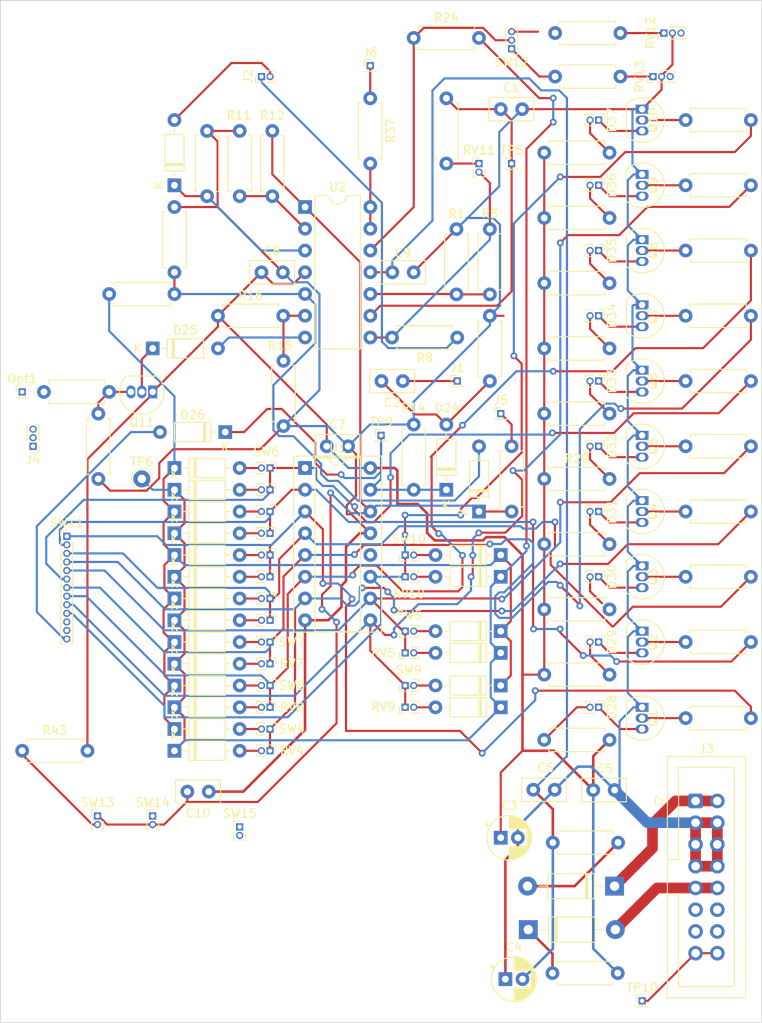
<source format=kicad_pcb>
(kicad_pcb (version 20221018) (generator pcbnew)

  (general
    (thickness 1.6)
  )

  (paper "A4")
  (title_block
    (title "Unseen Servant (Baby 10 Seq)")
  )

  (layers
    (0 "F.Cu" signal)
    (31 "B.Cu" signal)
    (32 "B.Adhes" user "B.Adhesive")
    (33 "F.Adhes" user "F.Adhesive")
    (34 "B.Paste" user)
    (35 "F.Paste" user)
    (36 "B.SilkS" user "B.Silkscreen")
    (37 "F.SilkS" user "F.Silkscreen")
    (38 "B.Mask" user)
    (39 "F.Mask" user)
    (40 "Dwgs.User" user "User.Drawings")
    (41 "Cmts.User" user "User.Comments")
    (42 "Eco1.User" user "User.Eco1")
    (43 "Eco2.User" user "User.Eco2")
    (44 "Edge.Cuts" user)
    (45 "Margin" user)
    (46 "B.CrtYd" user "B.Courtyard")
    (47 "F.CrtYd" user "F.Courtyard")
    (48 "B.Fab" user)
    (49 "F.Fab" user)
    (50 "User.1" user)
    (51 "User.2" user)
    (52 "User.3" user)
    (53 "User.4" user)
    (54 "User.5" user)
    (55 "User.6" user)
    (56 "User.7" user)
    (57 "User.8" user)
    (58 "User.9" user)
  )

  (setup
    (stackup
      (layer "F.SilkS" (type "Top Silk Screen"))
      (layer "F.Paste" (type "Top Solder Paste"))
      (layer "F.Mask" (type "Top Solder Mask") (thickness 0.01))
      (layer "F.Cu" (type "copper") (thickness 0.035))
      (layer "dielectric 1" (type "core") (thickness 1.51) (material "FR4") (epsilon_r 4.5) (loss_tangent 0.02))
      (layer "B.Cu" (type "copper") (thickness 0.035))
      (layer "B.Mask" (type "Bottom Solder Mask") (thickness 0.01))
      (layer "B.Paste" (type "Bottom Solder Paste"))
      (layer "B.SilkS" (type "Bottom Silk Screen"))
      (copper_finish "None")
      (dielectric_constraints no)
    )
    (pad_to_mask_clearance 0)
    (pcbplotparams
      (layerselection 0x00010fc_ffffffff)
      (plot_on_all_layers_selection 0x0000000_00000000)
      (disableapertmacros false)
      (usegerberextensions false)
      (usegerberattributes true)
      (usegerberadvancedattributes true)
      (creategerberjobfile true)
      (dashed_line_dash_ratio 12.000000)
      (dashed_line_gap_ratio 3.000000)
      (svgprecision 6)
      (plotframeref false)
      (viasonmask false)
      (mode 1)
      (useauxorigin false)
      (hpglpennumber 1)
      (hpglpenspeed 20)
      (hpglpendiameter 15.000000)
      (dxfpolygonmode true)
      (dxfimperialunits true)
      (dxfusepcbnewfont true)
      (psnegative false)
      (psa4output false)
      (plotreference true)
      (plotvalue true)
      (plotinvisibletext false)
      (sketchpadsonfab false)
      (subtractmaskfromsilk false)
      (outputformat 1)
      (mirror false)
      (drillshape 0)
      (scaleselection 1)
      (outputdirectory "./")
    )
  )

  (net 0 "")
  (net 1 "Net-(C1-Pad1)")
  (net 2 "GND")
  (net 3 "Net-(C2-Pad1)")
  (net 4 "Net-(C2-Pad2)")
  (net 5 "+12V")
  (net 6 "-12V")
  (net 7 "Net-(D1-Pad1)")
  (net 8 "Net-(D1-Pad2)")
  (net 9 "Net-(D2-Pad2)")
  (net 10 "Net-(D3-Pad2)")
  (net 11 "Net-(D4-Pad2)")
  (net 12 "Net-(D5-Pad2)")
  (net 13 "Net-(D6-Pad2)")
  (net 14 "Net-(D7-Pad2)")
  (net 15 "Net-(D8-Pad2)")
  (net 16 "Net-(D9-Pad2)")
  (net 17 "Net-(D10-Pad2)")
  (net 18 "Net-(D13-Pad2)")
  (net 19 "Net-(D16-Pad2)")
  (net 20 "Net-(D17-Pad2)")
  (net 21 "Net-(D18-Pad2)")
  (net 22 "Net-(D19-Pad2)")
  (net 23 "Net-(D20-Pad2)")
  (net 24 "Net-(D21-Pad1)")
  (net 25 "Net-(D21-Pad2)")
  (net 26 "Net-(D22-Pad1)")
  (net 27 "Net-(D22-Pad2)")
  (net 28 "Net-(D11-Pad1)")
  (net 29 "Net-(D23-Pad2)")
  (net 30 "Net-(D25-Pad1)")
  (net 31 "Net-(D11-Pad2)")
  (net 32 "Net-(D26-Pad2)")
  (net 33 "Net-(D12-Pad2)")
  (net 34 "Net-(D28-Pad2)")
  (net 35 "Net-(D29-Pad2)")
  (net 36 "Net-(D30-Pad2)")
  (net 37 "Net-(D31-Pad2)")
  (net 38 "Net-(D32-Pad2)")
  (net 39 "Net-(D33-Pad2)")
  (net 40 "Net-(D34-Pad2)")
  (net 41 "Net-(D35-Pad2)")
  (net 42 "Net-(D36-Pad2)")
  (net 43 "Net-(D37-Pad2)")
  (net 44 "unconnected-(J3-Pad11)")
  (net 45 "unconnected-(J3-Pad12)")
  (net 46 "unconnected-(J3-Pad13)")
  (net 47 "unconnected-(J3-Pad14)")
  (net 48 "Net-(D14-Pad2)")
  (net 49 "Net-(D15-Pad2)")
  (net 50 "Net-(J4-PadTN)")
  (net 51 "Net-(Q1-Pad2)")
  (net 52 "Net-(Q2-Pad2)")
  (net 53 "Net-(Q3-Pad2)")
  (net 54 "Net-(Q4-Pad2)")
  (net 55 "Net-(Q5-Pad2)")
  (net 56 "Net-(Q6-Pad2)")
  (net 57 "Net-(Q7-Pad2)")
  (net 58 "Net-(Q8-Pad2)")
  (net 59 "Net-(Q9-Pad2)")
  (net 60 "Net-(Q10-Pad2)")
  (net 61 "Net-(Q11-Pad3)")
  (net 62 "Net-(D23-Pad1)")
  (net 63 "Net-(R2-Pad1)")
  (net 64 "Net-(D24-Pad1)")
  (net 65 "Net-(J4-PadT)")
  (net 66 "Net-(J2-PadTN)")
  (net 67 "Net-(D25-Pad2)")
  (net 68 "Net-(D27-Pad1)")
  (net 69 "Net-(D27-Pad2)")
  (net 70 "Net-(R30-Pad1)")
  (net 71 "Net-(R30-Pad2)")
  (net 72 "Net-(R31-Pad1)")
  (net 73 "Net-(R31-Pad2)")
  (net 74 "unconnected-(RV12-Pad3)")
  (net 75 "unconnected-(RV13-Pad3)")
  (net 76 "unconnected-(SW11-Pad11)")
  (net 77 "unconnected-(SW11-Pad12)")
  (net 78 "unconnected-(U1-Pad12)")
  (net 79 "Net-(D28-Pad1)")
  (net 80 "Net-(D29-Pad1)")
  (net 81 "Net-(D30-Pad1)")
  (net 82 "Net-(D31-Pad1)")
  (net 83 "Net-(D32-Pad1)")
  (net 84 "Net-(D33-Pad1)")
  (net 85 "Net-(R19-Pad2)")
  (net 86 "Net-(R20-Pad2)")
  (net 87 "Net-(R21-Pad2)")
  (net 88 "Net-(R22-Pad2)")
  (net 89 "Net-(R23-Pad2)")
  (net 90 "Net-(R36-Pad2)")
  (net 91 "Net-(D34-Pad1)")
  (net 92 "Net-(D35-Pad1)")
  (net 93 "Net-(D36-Pad1)")
  (net 94 "Net-(D37-Pad1)")
  (net 95 "Net-(J3-Pad15)")
  (net 96 "Net-(R1-Pad2)")
  (net 97 "Net-(R3-Pad1)")
  (net 98 "Net-(R11-Pad2)")
  (net 99 "Net-(R15-Pad2)")
  (net 100 "Net-(R24-Pad1)")
  (net 101 "Net-(R32-Pad2)")
  (net 102 "Net-(R33-Pad2)")
  (net 103 "Net-(R34-Pad2)")
  (net 104 "Net-(R35-Pad2)")
  (net 105 "Net-(R37-Pad2)")
  (net 106 "Net-(R43-Pad1)")
  (net 107 "Net-(C10-Pad2)")
  (net 108 "Net-(J5-PadT)")
  (net 109 "Net-(J6-PadT)")
  (net 110 "Net-(SW15-Pad2)")

  (footprint "Capacitor_THT:C_Disc_D5.0mm_W2.5mm_P2.50mm" (layer "F.Cu") (at 100.970728 113.812851))

  (footprint "Resistor_THT:R_Axial_DIN0207_L6.3mm_D2.5mm_P7.62mm_Horizontal" (layer "F.Cu") (at 95.25 46.99))

  (footprint "Connector_PinHeader_1.00mm:PinHeader_1x02_P1.00mm_Vertical" (layer "F.Cu") (at 101.6 96.52 -90))

  (footprint "Resistor_THT:R_Axial_DIN0207_L6.3mm_D2.5mm_P7.62mm_Horizontal" (layer "F.Cu") (at 43.18 77.47 90))

  (footprint "TestPoint:TestPoint_THTPad_D2.0mm_Drill1.0mm" (layer "F.Cu") (at 48.26 77.47))

  (footprint "Connector_PinHeader_1.00mm:PinHeader_1x02_P1.00mm_Vertical" (layer "F.Cu") (at 101.6 35.56 -90))

  (footprint "Connector_PinHeader_1.00mm:PinHeader_1x02_P1.00mm_Vertical" (layer "F.Cu") (at 63.23 81.28 -90))

  (footprint "Connector_PinHeader_1.00mm:PinHeader_1x02_P1.00mm_Vertical" (layer "F.Cu") (at 79.01 97.79 90))

  (footprint "Resistor_THT:R_Axial_DIN0207_L6.3mm_D2.5mm_P7.62mm_Horizontal" (layer "F.Cu") (at 95.25 77.47))

  (footprint "Diode_THT:D_DO-35_SOD27_P7.62mm_Horizontal" (layer "F.Cu") (at 87.63 81.28 90))

  (footprint "Package_TO_SOT_THT:TO-92_Inline" (layer "F.Cu") (at 106.68 95.25 -90))

  (footprint "Diode_THT:D_DO-35_SOD27_P7.62mm_Horizontal" (layer "F.Cu") (at 52.07 101.6))

  (footprint "Diode_THT:D_DO-35_SOD27_P7.62mm_Horizontal" (layer "F.Cu") (at 52.07 109.22))

  (footprint "Capacitor_THT:C_Disc_D5.0mm_W2.5mm_P2.50mm" (layer "F.Cu") (at 56.080743 113.992522 180))

  (footprint "Connector_PinHeader_1.00mm:PinHeader_1x02_P1.00mm_Vertical" (layer "F.Cu") (at 63.23 99.06 -90))

  (footprint "Connector_PinHeader_1.00mm:PinHeader_1x02_P1.00mm_Vertical" (layer "F.Cu") (at 79.01 86.36 90))

  (footprint "Diode_THT:D_DO-35_SOD27_P7.62mm_Horizontal" (layer "F.Cu") (at 52.07 91.44))

  (footprint "Connector_IDC:IDC-Header_2x08_P2.54mm_Vertical" (layer "F.Cu") (at 112.918228 115.082851))

  (footprint "Resistor_THT:R_Axial_DIN0207_L6.3mm_D2.5mm_P7.62mm_Horizontal" (layer "F.Cu") (at 95.25 92.71))

  (footprint "Capacitor_THT:C_Disc_D5.0mm_W2.5mm_P2.50mm" (layer "F.Cu") (at 78.74 66.04 180))

  (footprint "Connector_PinHeader_1.00mm:PinHeader_1x02_P1.00mm_Vertical" (layer "F.Cu") (at 63.23 83.82 -90))

  (footprint "Connector_PinHeader_1.00mm:PinHeader_1x02_P1.00mm_Vertical" (layer "F.Cu") (at 63.23 88.9 -90))

  (footprint "Package_TO_SOT_THT:TO-92_Inline" (layer "F.Cu") (at 106.68 80.01 -90))

  (footprint "Diode_THT:D_DO-35_SOD27_P7.62mm_Horizontal" (layer "F.Cu") (at 49.53 62.23))

  (footprint "Connector_PinHeader_1.00mm:PinHeader_1x02_P1.00mm_Vertical" (layer "F.Cu") (at 101.6 104.14 -90))

  (footprint "Package_TO_SOT_THT:TO-92_Inline" (layer "F.Cu") (at 106.68 41.91 -90))

  (footprint "Diode_THT:D_DO-35_SOD27_P7.62mm_Horizontal" (layer "F.Cu") (at 52.07 99.06))

  (footprint "Connector_PinHeader_1.00mm:PinHeader_1x02_P1.00mm_Vertical" (layer "F.Cu") (at 87.63 40.64))

  (footprint "Connector_PinHeader_1.00mm:PinHeader_1x02_P1.00mm_Vertical" (layer "F.Cu") (at 101.6 43.18 -90))

  (footprint "Connector_PinHeader_1.00mm:PinHeader_1x02_P1.00mm_Vertical" (layer "F.Cu") (at 63.23 93.98 -90))

  (footprint "Resistor_THT:R_Axial_DIN0207_L6.3mm_D2.5mm_P7.62mm_Horizontal" (layer "F.Cu") (at 102.87 107.95 180))

  (footprint "Resistor_THT:R_Axial_DIN0207_L6.3mm_D2.5mm_P7.62mm_Horizontal" (layer "F.Cu") (at 111.76 81.28))

  (footprint "Connector_PinHeader_1.00mm:PinHeader_1x02_P1.00mm_Vertical" (layer "F.Cu") (at 63.23 109.22 -90))

  (footprint "Resistor_THT:R_Axial_DIN0207_L6.3mm_D2.5mm_P7.62mm_Horizontal" (layer "F.Cu") (at 111.76 105.41))

  (footprint "Resistor_THT:R_Axial_DIN0207_L6.3mm_D2.5mm_P7.62mm_Horizontal" (layer "F.Cu") (at 59.69 36.83 -90))

  (footprint "Diode_THT:D_DO-35_SOD27_P7.62mm_Horizontal" (layer "F.Cu") (at 52.07 78.74))

  (footprint "Resistor_THT:R_Axial_DIN0207_L6.3mm_D2.5mm_P7.62mm_Horizontal" (layer "F.Cu") (at 36.83 67.31))

  (footprint "Connector_PinHeader_1.00mm:PinHeader_1x01_P1.00mm_Vertical" (layer "F.Cu") (at 90.17 69.85))

  (footprint "Connector_PinHeader_1.00mm:PinHeader_1x02_P1.00mm_Vertical" (layer "F.Cu") (at 63.23 78.74 -90))

  (footprint "Connector_PinHeader_1.00mm:PinHeader_1x03_P1.00mm_Vertical" (layer "F.Cu") (at 107.95 30.48 90))

  (footprint "Connector_PinHeader_1.00mm:PinHeader_1x02_P1.00mm_Vertical" (layer "F.Cu") (at 101.6 50.8 -90))

  (footprint "Diode_THT:D_DO-35_SOD27_P7.62mm_Horizontal" (layer "F.Cu") (at 52.07 106.68))

  (footprint "Capacitor_THT:C_Disc_D5.0mm_W2.5mm_P2.50mm" (layer "F.Cu") (at 90.17 34.29))

  (footprint "Connector_PinHeader_1.00mm:PinHeader_1x01_P1.00mm_Vertical" (layer "F.Cu") (at 85.09 66.04))

  (footprint "Capacitor_THT:CP_Radial_D5.0mm_P2.00mm" (layer "F.Cu")
    (tstamp 54b8b56d-1f22-44b0-8483-7a2d98d4b868)
    (at 90.71 135.89)
    (descr "CP, Radial series, Radial, pin pitch=2.00mm, , diameter=5mm, Electrolytic Capacitor")
    (tags "CP Radial series Radial pin pitch 2.00mm  diameter 5mm Electrolytic Capacitor")
    (property "Sheetfile" "Unseen Servant.kicad_sch")
    (property "Sheetname" "")
    (path "/ad32d57b-e5c6-4450-a9c5-5ba8200fdd13")
    (attr through_hole)
    (fp_text reference "C4" (at 1 -3.75) (layer "F.SilkS")
        (effects (font (size 1 1) (thickness 0.15)))
      (tstamp db66b9ae-a9c5-4e68-b911-25799292c622)
    )
    (fp_text value "47uF" (at 1 3.75) (layer "F.Fab")
        (effects (font (size 1 1) (thickness 0.15)))
      (tstamp e261ea79-6f24-4269-9d5f-f3fdc24e8eb7)
    )
    (fp_text user "${REFERENCE}" (at 1 0) (layer "F.Fab")
        (effects (font (size 1 1) (thickness 0.15)))
      (tstamp 33fb1a6f-3852-421d-ba96-0af05daff4e0)
    )
    (fp_line (start -1.804775 -1.475) (end -1.304775 -1.475)
      (stroke (width 0.12) (type solid)) (layer "F.SilkS") (tstamp 4587b2bb-e227-42e0-9320-79002b8e6158))
    (fp_line (start -1.554775 -1.725) (end -1.554775 -1.225)
      (stroke (width 0.12) (type solid)) (layer "F.SilkS") (tstamp e48c6877-c44a-472a-a9b7-eb08a77fe6ad))
    (fp_line (start 1 -2.58) (end 1 -1.04)
      (stroke (width 0.12) (type solid)) (layer "F.SilkS") (tstamp 44d8bc20-c7d9-4f8b-971b-d3b5387d233b))
    (fp_line (start 1 1.04) (end 1 2.58)
      (stroke (width 0.12) (type solid)) (layer "F.SilkS") (tstamp 716d366c-f661-4c9f-b79b-5339e0497ec5))
    (fp_line (start 1.04 -2.58) (end 1.04 -1.04)
      (stroke (width 0.12) (type solid)) (layer "F.SilkS") (tstamp cc66d1fd-531d-4617-aceb-05a01c322303))
    (fp_line (start 1.04 1.04) (end 1.04 2.58)
      (stroke (width 0.12) (type solid)) (layer "F.SilkS") (tstamp 3950a1d3-7020-4eaf-b63b-319378ff7828))
    (fp_line (start 1.08 -2.579) (end 1.08 -1.04)
      (stroke (width 0.12) (type solid)) (layer "F.SilkS") (tstamp 910601a1-69a0-4195-93d3-84ff54265b0b))
    (fp_line (start 1.08 1.04) (end 1.08 2.579)
      (stroke (width 0.12) (type solid)) (layer "F.SilkS") (tstamp 4308d016-6f17-4fba-a5cb-5132379c2072))
    (fp_line (start 1.12 -2.578) (end 1.12 -1.04)
      (stroke (width 0.12) (type solid)) (layer "F.SilkS") (tstamp 31f3cbb6-4208-4328-b611-2a5484f2599d))
    (fp_line (start 1.12 1.04) (end 1.12 2.578)
      (stroke (width 0.12) (type solid)) (layer "F.SilkS") (tstamp 5fc38e76-1fcd-4b71-8df6-4657ae215786))
    (fp_line (start 1.16 -2.576) (end 1.16 -1.04)
      (stroke (width 0.12) (type solid)) (layer "F.SilkS") (tstamp 20171fb8-b4ee-4fc2-898c-87d3c43822da))
    (fp_line (start 1.16 1.04) (end 1.16 2.576)
      (stroke (width 0.12) (type solid)) (layer "F.SilkS") (tstamp 52b0955d-2228-449a-9f92-e4871697c41e))
    (fp_line (start 1.2 -2.573) (end 1.2 -1.04)
      (stroke (width 0.12) (type solid)) (layer "F.SilkS") (tstamp d4a591b7-95a9-4649-896b-c04f0af6b109))
    (fp_line (start 1.2 1.04) (end 1.2 2.573)
      (stroke (width 0.12) (type solid)) (layer "F.SilkS") (tstamp d5223216-7acd-4ea2-a0bc-cbd164acbeff))
    (fp_line (start 1.24 -2.569) (end 1.24 -1.04)
      (stroke (width 0.12) (type solid)) (layer "F.SilkS") (tstamp 7476bc17-7360-4254-badc-08f5ff737688))
    (fp_line (start 1.24 1.04) (end 1.24 2.569)
      (stroke (width 0.12) (type solid)) (layer "F.SilkS") (tstamp 319b4b57-1008-4c7b-
... [568985 chars truncated]
</source>
